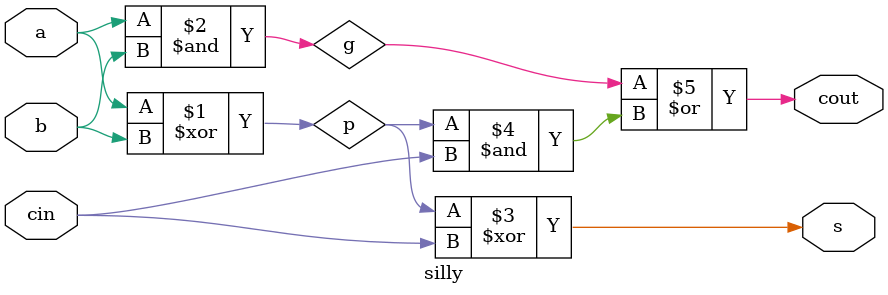
<source format=sv>
module silly (input  logic a, b, cin, output logic s, cout);
  // shortcut for terminal: C:\Users\nvrag\OneDrive\Documents\GitHub\dldspring2023\Lab0\SV
  
  /* original text 
  assign y = ~b & ~c | a & ~b;
  */

  /*Logic must produce:
  sum = a ⊕ b ⊕ c_in
  cout = (a · b) + (a · cin) + (b · cin)
  */
  logic p, g; // internal nodes
   
  // main design
  assign p = a ^ b; 
  assign g = a & b;

  assign s = p ^ cin; 
  assign cout = g | (p & cin);
    
  //alternate design
  //assign cout = (a&b)|(a&cin)|(b&cin);

endmodule

</source>
